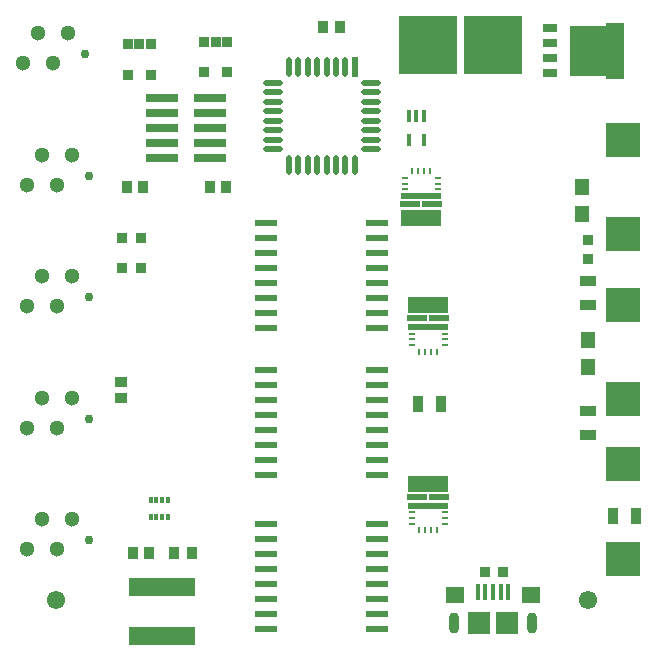
<source format=gbr>
%TF.GenerationSoftware,Altium Limited,Altium Designer,20.2.4 (192)*%
G04 Layer_Color=255*
%FSLAX45Y45*%
%MOMM*%
%TF.SameCoordinates,538F140D-ADF5-4649-B7F1-A5983F3DD12E*%
%TF.FilePolarity,Positive*%
%TF.FileFunction,Pads,Top*%
%TF.Part,Single*%
G01*
G75*
%TA.AperFunction,SMDPad,CuDef*%
%ADD10R,5.60000X1.65000*%
%ADD11R,2.79000X0.74000*%
%ADD12R,0.30000X0.60000*%
%ADD13R,0.90000X0.95000*%
%ADD14R,0.81000X0.99000*%
%ADD15R,0.90000X0.85000*%
%ADD16R,0.52583X1.65524*%
G04:AMPARAMS|DCode=17|XSize=1.65524mm|YSize=0.52583mm|CornerRadius=0.26292mm|HoleSize=0mm|Usage=FLASHONLY|Rotation=270.000|XOffset=0mm|YOffset=0mm|HoleType=Round|Shape=RoundedRectangle|*
%AMROUNDEDRECTD17*
21,1,1.65524,0.00000,0,0,270.0*
21,1,1.12941,0.52583,0,0,270.0*
1,1,0.52583,0.00000,-0.56470*
1,1,0.52583,0.00000,0.56470*
1,1,0.52583,0.00000,0.56470*
1,1,0.52583,0.00000,-0.56470*
%
%ADD17ROUNDEDRECTD17*%
G04:AMPARAMS|DCode=18|XSize=0.52583mm|YSize=1.65524mm|CornerRadius=0.26292mm|HoleSize=0mm|Usage=FLASHONLY|Rotation=270.000|XOffset=0mm|YOffset=0mm|HoleType=Round|Shape=RoundedRectangle|*
%AMROUNDEDRECTD18*
21,1,0.52583,1.12941,0,0,270.0*
21,1,0.00000,1.65524,0,0,270.0*
1,1,0.52583,-0.56470,0.00000*
1,1,0.52583,-0.56470,0.00000*
1,1,0.52583,0.56470,0.00000*
1,1,0.52583,0.56470,0.00000*
%
%ADD18ROUNDEDRECTD18*%
%ADD19R,1.27000X1.39700*%
%ADD20R,1.45000X0.95000*%
%ADD21R,0.95000X1.45000*%
%ADD22R,5.00000X5.00000*%
%TA.AperFunction,SMDPad,SMDef*%
%ADD23R,0.25000X0.60000*%
%ADD24R,0.60000X0.25000*%
%ADD25R,1.67500X0.50000*%
%ADD26R,3.50000X1.40000*%
%ADD27R,3.50000X0.50000*%
%TA.AperFunction,SMDPad,CuDef*%
%ADD28R,3.00000X3.00000*%
%ADD29R,1.98120X0.55880*%
%ADD30R,1.90000X1.90000*%
%TA.AperFunction,ConnectorPad*%
%ADD31R,1.60000X1.40000*%
%ADD32R,0.40000X1.35000*%
%TA.AperFunction,SMDPad,CuDef*%
%ADD33R,0.88900X1.00000*%
%ADD34R,3.10000X4.20000*%
%ADD35R,1.50000X4.70000*%
%ADD36R,1.15000X0.70000*%
%ADD37R,0.95000X0.90000*%
%ADD38R,0.40000X1.10000*%
%ADD39R,0.99000X0.81000*%
%TA.AperFunction,ComponentPad*%
%ADD42C,1.30000*%
%ADD43C,0.75000*%
%ADD44O,0.90000X1.80000*%
%TA.AperFunction,ViaPad*%
%ADD45C,1.55000*%
D10*
X1400002Y607502D02*
D03*
Y192502D02*
D03*
D11*
X1800001Y4246006D02*
D03*
X1393002D02*
D03*
X1800001Y4373006D02*
D03*
X1393002D02*
D03*
X1800001Y4500006D02*
D03*
X1393002D02*
D03*
X1800001Y4627006D02*
D03*
X1393002D02*
D03*
X1800001Y4754006D02*
D03*
X1393002D02*
D03*
D12*
X1300002Y1200003D02*
D03*
X1350000D02*
D03*
X1400002D02*
D03*
X1450000D02*
D03*
X1300002Y1350000D02*
D03*
X1350000D02*
D03*
X1400002D02*
D03*
X1450000D02*
D03*
D13*
X1062380Y3314441D02*
D03*
X1222380D02*
D03*
X4127617Y735559D02*
D03*
X4287622D02*
D03*
X1062380Y3564443D02*
D03*
X1222380D02*
D03*
D14*
X1800001Y4000002D02*
D03*
X1938000D02*
D03*
X2761996Y5350002D02*
D03*
X2899999D02*
D03*
X1237996Y4000002D02*
D03*
X1099998D02*
D03*
X1150000Y899998D02*
D03*
X1288004D02*
D03*
D15*
X1205001Y5204998D02*
D03*
X1110005D02*
D03*
X1300002Y4949998D02*
D03*
X1110005D02*
D03*
X1300002Y5204998D02*
D03*
X1944995Y5227503D02*
D03*
X1754998Y4972502D02*
D03*
X1944995D02*
D03*
X1754998Y5227503D02*
D03*
X1849999D02*
D03*
D16*
X3030002Y5012548D02*
D03*
D17*
X2950002D02*
D03*
X2870002D02*
D03*
X2790002D02*
D03*
X2710002D02*
D03*
X2630002D02*
D03*
X2550003D02*
D03*
X2470003D02*
D03*
Y4187449D02*
D03*
X2550003D02*
D03*
X2630002D02*
D03*
X2710002D02*
D03*
X2790002D02*
D03*
X2870002D02*
D03*
X2950002D02*
D03*
X3030002D02*
D03*
D18*
X2337455Y4880000D02*
D03*
Y4800001D02*
D03*
Y4720001D02*
D03*
Y4640001D02*
D03*
Y4560001D02*
D03*
Y4480001D02*
D03*
Y4399996D02*
D03*
Y4319996D02*
D03*
X3162549D02*
D03*
Y4399996D02*
D03*
Y4480001D02*
D03*
Y4560001D02*
D03*
Y4640001D02*
D03*
Y4720001D02*
D03*
Y4800001D02*
D03*
Y4880000D02*
D03*
D19*
X4949998Y3771402D02*
D03*
Y4000002D02*
D03*
X5000000Y2471400D02*
D03*
Y2700000D02*
D03*
D20*
Y2999999D02*
D03*
Y3199999D02*
D03*
Y1900001D02*
D03*
Y2100001D02*
D03*
D21*
X3762700Y2162698D02*
D03*
X3562701D02*
D03*
X5212700Y1212708D02*
D03*
X5412699D02*
D03*
D22*
X3650000Y5200000D02*
D03*
X4200002Y5199995D02*
D03*
D23*
X3516249Y4129999D02*
D03*
X3566246D02*
D03*
X3616249D02*
D03*
X3666246D02*
D03*
X3725001Y1090005D02*
D03*
X3674999D02*
D03*
X3625002D02*
D03*
X3574999D02*
D03*
X3724996Y2604999D02*
D03*
X3674999D02*
D03*
X3624997D02*
D03*
X3574999D02*
D03*
D24*
X3731250Y4077503D02*
D03*
Y4027500D02*
D03*
Y3977503D02*
D03*
X3451245D02*
D03*
Y4027500D02*
D03*
Y4077503D02*
D03*
X3510001Y1142502D02*
D03*
Y1192505D02*
D03*
Y1242507D02*
D03*
X3790000D02*
D03*
Y1192505D02*
D03*
Y1142502D02*
D03*
X3510001Y2657495D02*
D03*
Y2707498D02*
D03*
Y2757495D02*
D03*
X3790000D02*
D03*
Y2707498D02*
D03*
Y2657495D02*
D03*
D25*
X3682497Y3850000D02*
D03*
X3499998D02*
D03*
X3558748Y1370005D02*
D03*
X3741247D02*
D03*
X3558748Y2884998D02*
D03*
X3741247D02*
D03*
D26*
X3591250Y3734999D02*
D03*
X3650000Y1485006D02*
D03*
Y2999999D02*
D03*
D27*
X3591250Y3920002D02*
D03*
X3650000Y1300002D02*
D03*
Y2814996D02*
D03*
D28*
X5300000Y2200001D02*
D03*
Y850001D02*
D03*
X5300005Y4400001D02*
D03*
Y2999999D02*
D03*
X5300000Y1650004D02*
D03*
X5300005Y3600003D02*
D03*
D29*
X3219902Y2444501D02*
D03*
Y2317501D02*
D03*
Y2190501D02*
D03*
Y2063501D02*
D03*
Y1936501D02*
D03*
Y1809501D02*
D03*
Y1682501D02*
D03*
Y1555501D02*
D03*
X2280102D02*
D03*
Y1682501D02*
D03*
Y1809501D02*
D03*
Y1936501D02*
D03*
Y2063501D02*
D03*
Y2190501D02*
D03*
Y2317501D02*
D03*
Y2444501D02*
D03*
X3219902Y3694501D02*
D03*
Y3567501D02*
D03*
Y3440501D02*
D03*
Y3313501D02*
D03*
Y3186501D02*
D03*
Y3059501D02*
D03*
Y2932501D02*
D03*
Y2805501D02*
D03*
X2280102D02*
D03*
Y2932501D02*
D03*
Y3059501D02*
D03*
Y3186501D02*
D03*
Y3313501D02*
D03*
Y3440501D02*
D03*
Y3567501D02*
D03*
Y3694501D02*
D03*
X3219902Y1144499D02*
D03*
Y1017499D02*
D03*
Y890499D02*
D03*
Y763499D02*
D03*
Y636499D02*
D03*
Y509499D02*
D03*
Y382499D02*
D03*
Y255499D02*
D03*
X2280102D02*
D03*
Y382499D02*
D03*
Y509499D02*
D03*
Y636499D02*
D03*
Y763499D02*
D03*
Y890499D02*
D03*
Y1017499D02*
D03*
Y1144499D02*
D03*
D30*
X4320007Y302499D02*
D03*
X4080002D02*
D03*
D31*
X4520006Y547502D02*
D03*
X3880002D02*
D03*
D32*
X4330004Y570001D02*
D03*
X4265005D02*
D03*
X4200007D02*
D03*
X4135003D02*
D03*
X4070005D02*
D03*
D33*
X1500002Y899998D02*
D03*
X1654942D02*
D03*
D34*
X5000000Y5150002D02*
D03*
D35*
X5229997D02*
D03*
D36*
X4682500Y4959502D02*
D03*
Y5086502D02*
D03*
Y5213502D02*
D03*
Y5340502D02*
D03*
D37*
X5000000Y3550001D02*
D03*
Y3390001D02*
D03*
D38*
X3615004Y4599996D02*
D03*
X3550001D02*
D03*
X3485002D02*
D03*
Y4399996D02*
D03*
X3615004D02*
D03*
D39*
X1050000Y2212000D02*
D03*
Y2349998D02*
D03*
D42*
X604002Y5300000D02*
D03*
X477002Y5046000D02*
D03*
X350002Y5300000D02*
D03*
X223002Y5046000D02*
D03*
X256022Y4017604D02*
D03*
X383022Y4271604D02*
D03*
X510022Y4017604D02*
D03*
X637022Y4271604D02*
D03*
X256022Y932404D02*
D03*
X383022Y1186404D02*
D03*
X510022Y932404D02*
D03*
X637022Y1186404D02*
D03*
X256022Y1960799D02*
D03*
X383022Y2214799D02*
D03*
X510022Y1960799D02*
D03*
X637022Y2214799D02*
D03*
Y3243199D02*
D03*
X510022Y2989199D02*
D03*
X383022Y3243199D02*
D03*
X256022Y2989199D02*
D03*
D43*
X744002Y5120000D02*
D03*
X777022Y4091600D02*
D03*
Y1006404D02*
D03*
Y2034799D02*
D03*
Y3063199D02*
D03*
D44*
X4530004Y302499D02*
D03*
X3870005D02*
D03*
D45*
X499999Y499999D02*
D03*
X5000000D02*
D03*
%TF.MD5,967efb5e24d54047a900fb780c356a2e*%
M02*

</source>
